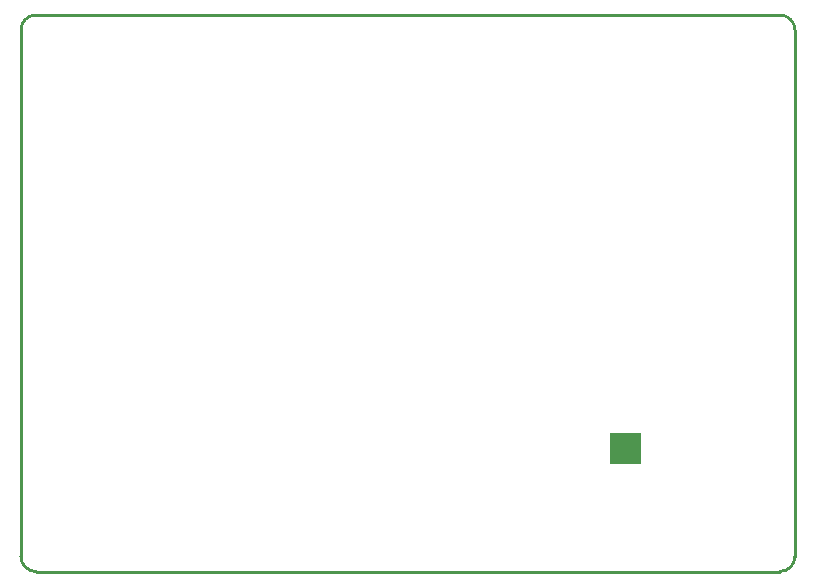
<source format=gko>
G04*
G04 #@! TF.GenerationSoftware,Altium Limited,Altium Designer,24.10.1 (45)*
G04*
G04 Layer_Color=16711935*
%FSLAX25Y25*%
%MOIN*%
G70*
G04*
G04 #@! TF.SameCoordinates,545B6B6C-97C6-4FAA-9EA4-23BCF6F6AA29*
G04*
G04*
G04 #@! TF.FilePolarity,Positive*
G04*
G01*
G75*
%ADD69C,0.01000*%
G36*
X206618Y46315D02*
Y35685D01*
X196382D01*
Y46315D01*
X206618D01*
D02*
G37*
D69*
X253000Y0D02*
G03*
X258000Y5000I0J5000D01*
G01*
Y180500D02*
G03*
X253000Y185500I-5000J0D01*
G01*
X5000D02*
G03*
X0Y180500I0J-5000D01*
G01*
Y5000D02*
G03*
X5000Y0I5000J0D01*
G01*
X253000D01*
X258000Y5000D02*
Y180500D01*
X5000Y185500D02*
X253000D01*
X0Y5000D02*
Y180500D01*
M02*

</source>
